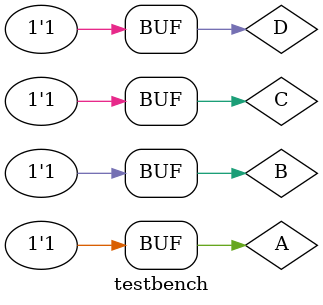
<source format=v>
module genisletilmemis (
    input A, B, C, D,
    output OUT
);

assign OUT = (A & ~B) | (A & B & C) | (C & ~D);
endmodule

module genisletilmis (
    input A, B, C, D,
    output OUT
);

assign OUT = (~A & ~B & C & ~D) | (~A & B & ~C & ~D) | (~A & B & ~C & D) | (~A & B & C & ~D) | (~A & B & C & D) | (A & ~B & C & ~D) | (A & B & C & ~D) | (A & B & C & D);
endmodule

module testbench;

reg A, B, C, D;
wire OUT;



genisletilmis dut (
    .A(A),
    .B(B),
    .C(C),
    .D(D),
    .OUT(OUT)
);



initial begin
    A = 0; B = 0; C = 0; D = 0; #10; 
    A = 0; B = 0; C = 0; D = 1; #10; 
    A = 0; B = 0; C = 1; D = 0; #10; 
    A = 0; B = 0; C = 1; D = 1; #10; 
    A = 0; B = 1; C = 0; D = 0; #10; 
    A = 0; B = 1; C = 0; D = 1; #10; 
    A = 0; B = 1; C = 1; D = 0; #10; 
    A = 0; B = 1; C = 1; D = 1; #10; 
    A = 1; B = 0; C = 0; D = 0; #10; 
    A = 1; B = 0; C = 0; D = 1; #10; 
    A = 1; B = 0; C = 1; D = 0; #10; 
    A = 1; B = 0; C = 1; D = 1; #10; 
    A = 1; B = 1; C = 0; D = 0; #10; 
    A = 1; B = 1; C = 0; D = 1; #10; 
    A = 1; B = 1; C = 1; D = 0; #10; 
    A = 1; B = 1; C = 1; D = 1; #10; 
end

endmodule


</source>
